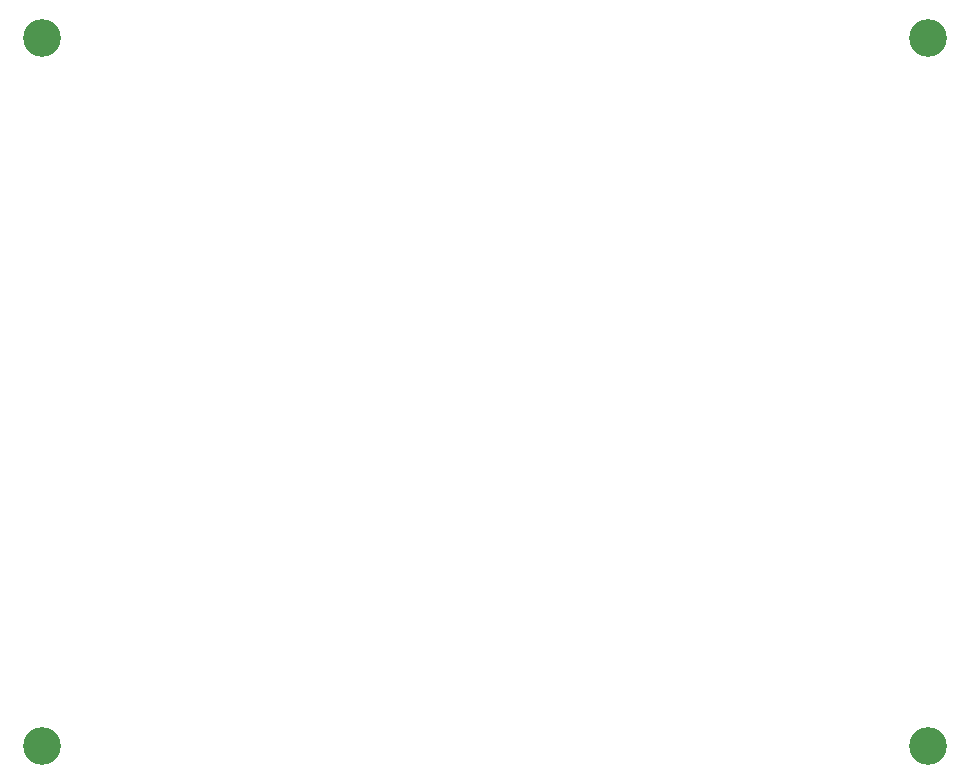
<source format=gbr>
%TF.GenerationSoftware,KiCad,Pcbnew,(6.0.9-0)*%
%TF.CreationDate,2023-03-02T18:42:41+01:00*%
%TF.ProjectId,untitled,756e7469-746c-4656-942e-6b696361645f,rev?*%
%TF.SameCoordinates,Original*%
%TF.FileFunction,Soldermask,Bot*%
%TF.FilePolarity,Negative*%
%FSLAX46Y46*%
G04 Gerber Fmt 4.6, Leading zero omitted, Abs format (unit mm)*
G04 Created by KiCad (PCBNEW (6.0.9-0)) date 2023-03-02 18:42:41*
%MOMM*%
%LPD*%
G01*
G04 APERTURE LIST*
%ADD10C,3.200000*%
G04 APERTURE END LIST*
D10*
%TO.C,REF\u002A\u002A*%
X124000000Y-53000000D03*
%TD*%
%TO.C,REF\u002A\u002A*%
X49000000Y-113000000D03*
%TD*%
%TO.C,REF\u002A\u002A*%
X124000000Y-113000000D03*
%TD*%
%TO.C,REF\u002A\u002A*%
X49000000Y-53000000D03*
%TD*%
M02*

</source>
